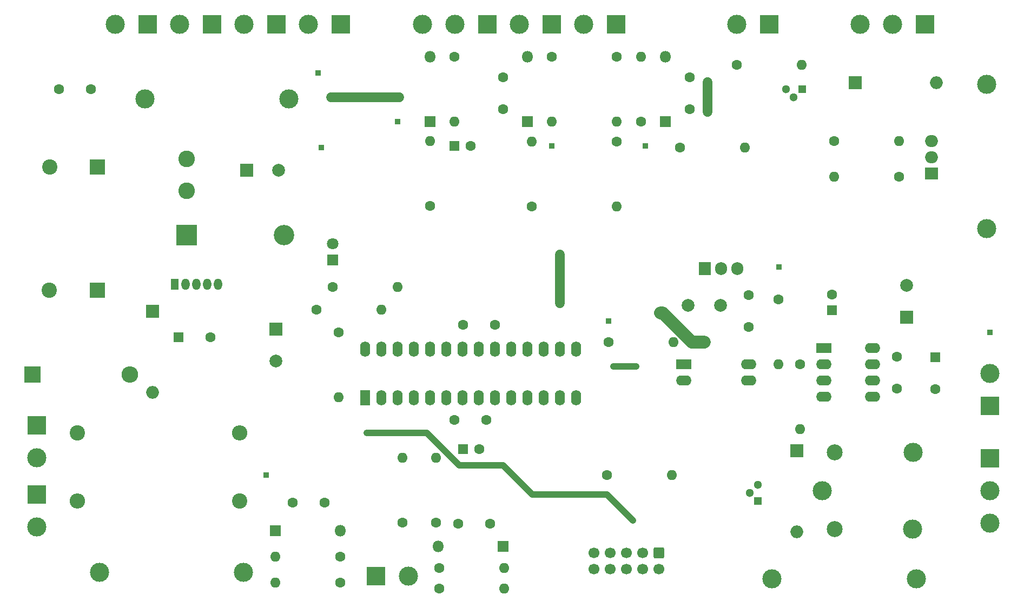
<source format=gbr>
%TF.GenerationSoftware,KiCad,Pcbnew,8.0.4*%
%TF.CreationDate,2024-08-07T08:51:47+02:00*%
%TF.ProjectId,V2_board-ecar,56325f62-6f61-4726-942d-656361722e6b,rev?*%
%TF.SameCoordinates,Original*%
%TF.FileFunction,Copper,L1,Top*%
%TF.FilePolarity,Positive*%
%FSLAX46Y46*%
G04 Gerber Fmt 4.6, Leading zero omitted, Abs format (unit mm)*
G04 Created by KiCad (PCBNEW 8.0.4) date 2024-08-07 08:51:47*
%MOMM*%
%LPD*%
G01*
G04 APERTURE LIST*
G04 Aperture macros list*
%AMRoundRect*
0 Rectangle with rounded corners*
0 $1 Rounding radius*
0 $2 $3 $4 $5 $6 $7 $8 $9 X,Y pos of 4 corners*
0 Add a 4 corners polygon primitive as box body*
4,1,4,$2,$3,$4,$5,$6,$7,$8,$9,$2,$3,0*
0 Add four circle primitives for the rounded corners*
1,1,$1+$1,$2,$3*
1,1,$1+$1,$4,$5*
1,1,$1+$1,$6,$7*
1,1,$1+$1,$8,$9*
0 Add four rect primitives between the rounded corners*
20,1,$1+$1,$2,$3,$4,$5,0*
20,1,$1+$1,$4,$5,$6,$7,0*
20,1,$1+$1,$6,$7,$8,$9,0*
20,1,$1+$1,$8,$9,$2,$3,0*%
G04 Aperture macros list end*
%TA.AperFunction,ComponentPad*%
%ADD10R,2.600000X2.600000*%
%TD*%
%TA.AperFunction,ComponentPad*%
%ADD11O,2.600000X2.600000*%
%TD*%
%TA.AperFunction,ComponentPad*%
%ADD12R,0.850000X0.850000*%
%TD*%
%TA.AperFunction,ComponentPad*%
%ADD13C,1.600000*%
%TD*%
%TA.AperFunction,ComponentPad*%
%ADD14R,2.000000X2.000000*%
%TD*%
%TA.AperFunction,ComponentPad*%
%ADD15C,2.000000*%
%TD*%
%TA.AperFunction,ComponentPad*%
%ADD16O,2.000000X2.000000*%
%TD*%
%TA.AperFunction,ComponentPad*%
%ADD17R,1.800000X1.800000*%
%TD*%
%TA.AperFunction,ComponentPad*%
%ADD18C,1.800000*%
%TD*%
%TA.AperFunction,ComponentPad*%
%ADD19R,3.000000X3.000000*%
%TD*%
%TA.AperFunction,ComponentPad*%
%ADD20C,3.000000*%
%TD*%
%TA.AperFunction,ComponentPad*%
%ADD21O,1.600000X1.600000*%
%TD*%
%TA.AperFunction,ComponentPad*%
%ADD22O,1.800000X1.800000*%
%TD*%
%TA.AperFunction,ComponentPad*%
%ADD23R,1.600000X1.600000*%
%TD*%
%TA.AperFunction,ComponentPad*%
%ADD24R,2.400000X1.600000*%
%TD*%
%TA.AperFunction,ComponentPad*%
%ADD25O,2.400000X1.600000*%
%TD*%
%TA.AperFunction,ComponentPad*%
%ADD26R,2.400000X2.400000*%
%TD*%
%TA.AperFunction,ComponentPad*%
%ADD27C,2.400000*%
%TD*%
%TA.AperFunction,ComponentPad*%
%ADD28C,2.600000*%
%TD*%
%TA.AperFunction,ComponentPad*%
%ADD29R,1.300000X1.300000*%
%TD*%
%TA.AperFunction,ComponentPad*%
%ADD30C,1.300000*%
%TD*%
%TA.AperFunction,ComponentPad*%
%ADD31R,1.905000X2.000000*%
%TD*%
%TA.AperFunction,ComponentPad*%
%ADD32O,1.905000X2.000000*%
%TD*%
%TA.AperFunction,ComponentPad*%
%ADD33R,2.000000X1.905000*%
%TD*%
%TA.AperFunction,ComponentPad*%
%ADD34O,2.000000X1.905000*%
%TD*%
%TA.AperFunction,ComponentPad*%
%ADD35R,1.275000X1.800000*%
%TD*%
%TA.AperFunction,ComponentPad*%
%ADD36O,1.275000X1.800000*%
%TD*%
%TA.AperFunction,ComponentPad*%
%ADD37C,2.500000*%
%TD*%
%TA.AperFunction,ComponentPad*%
%ADD38RoundRect,0.250000X-0.600000X0.600000X-0.600000X-0.600000X0.600000X-0.600000X0.600000X0.600000X0*%
%TD*%
%TA.AperFunction,ComponentPad*%
%ADD39C,1.700000*%
%TD*%
%TA.AperFunction,ComponentPad*%
%ADD40R,1.600000X2.400000*%
%TD*%
%TA.AperFunction,ComponentPad*%
%ADD41O,1.600000X2.400000*%
%TD*%
%TA.AperFunction,ComponentPad*%
%ADD42R,3.200000X3.200000*%
%TD*%
%TA.AperFunction,ComponentPad*%
%ADD43O,3.200000X3.200000*%
%TD*%
%TA.AperFunction,ComponentPad*%
%ADD44O,2.400000X2.400000*%
%TD*%
%TA.AperFunction,ViaPad*%
%ADD45C,0.600000*%
%TD*%
%TA.AperFunction,ViaPad*%
%ADD46C,0.300000*%
%TD*%
%TA.AperFunction,Conductor*%
%ADD47C,1.500000*%
%TD*%
%TA.AperFunction,Conductor*%
%ADD48C,2.000000*%
%TD*%
%TA.AperFunction,Conductor*%
%ADD49C,1.000000*%
%TD*%
G04 APERTURE END LIST*
D10*
%TO.P,D3,1,A1*%
%TO.N,GND*%
X5080000Y-60452000D03*
D11*
%TO.P,D3,2,A2*%
%TO.N,Net-(D1-K)*%
X20320000Y-60452000D03*
%TD*%
D12*
%TO.P,J10,1,Pin_1*%
%TO.N,+24V filtered*%
X49784000Y-13208000D03*
%TD*%
D13*
%TO.P,C6,1*%
%TO.N,+5V*%
X77430000Y-52705000D03*
%TO.P,C6,2*%
%TO.N,GND*%
X72430000Y-52705000D03*
%TD*%
D12*
%TO.P,J12,1,Pin_1*%
%TO.N,+5V*%
X50292000Y-24892000D03*
%TD*%
D14*
%TO.P,BZ1,1,+*%
%TO.N,Net-(BZ1-+)*%
X43180000Y-53390800D03*
D15*
%TO.P,BZ1,2,-*%
%TO.N,GND*%
X43180000Y-58390800D03*
%TD*%
D14*
%TO.P,D11,1,K*%
%TO.N,+5V*%
X124714000Y-72413000D03*
D16*
%TO.P,D11,2,A*%
%TO.N,Net-(D11-A)*%
X124714000Y-85113000D03*
%TD*%
D14*
%TO.P,C5,1*%
%TO.N,+5V*%
X38608000Y-28448000D03*
D15*
%TO.P,C5,2*%
%TO.N,GND*%
X43608000Y-28448000D03*
%TD*%
D17*
%TO.P,D4,1,A*%
%TO.N,Net-(D4-A)*%
X52070000Y-42545000D03*
D18*
%TO.P,D4,2,K*%
%TO.N,GND*%
X52070000Y-40005000D03*
%TD*%
D19*
%TO.P,J24,1,Pin_1*%
%TO.N,Net-(D9-A)*%
X144780000Y-5588000D03*
D20*
%TO.P,J24,2,Pin_2*%
%TO.N,Net-(D9-K)*%
X139700000Y-5588000D03*
%TO.P,J24,3,Pin_3*%
%TO.N,GND*%
X134620000Y-5588000D03*
%TD*%
D13*
%TO.P,R20,1*%
%TO.N,Net-(D7-K)*%
X96520000Y-24003000D03*
D21*
%TO.P,R20,2*%
%TO.N,/analog2 (30V Batt)*%
X96520000Y-34163000D03*
%TD*%
D13*
%TO.P,R23,1*%
%TO.N,Net-(J17-Pin_2)*%
X68707000Y-93980000D03*
D21*
%TO.P,R23,2*%
%TO.N,GND*%
X78867000Y-93980000D03*
%TD*%
D13*
%TO.P,R24,1*%
%TO.N,Net-(J17-Pin_1)*%
X53213000Y-89027000D03*
D21*
%TO.P,R24,2*%
%TO.N,Net-(D12-K)*%
X43053000Y-89027000D03*
%TD*%
D13*
%TO.P,R19,1*%
%TO.N,GND*%
X130556000Y-23876000D03*
D21*
%TO.P,R19,2*%
%TO.N,Net-(Q2-G)*%
X140716000Y-23876000D03*
%TD*%
D13*
%TO.P,R14,1*%
%TO.N,Net-(J13-Pin_1)*%
X86360000Y-10668000D03*
D21*
%TO.P,R14,2*%
%TO.N,Net-(D6-K)*%
X86360000Y-20828000D03*
%TD*%
D17*
%TO.P,D5,1,K*%
%TO.N,Net-(D5-K)*%
X67310000Y-20828000D03*
D22*
%TO.P,D5,2,A*%
%TO.N,GND*%
X67310000Y-10668000D03*
%TD*%
D23*
%TO.P,C13,1*%
%TO.N,+18V*%
X130175000Y-50419000D03*
D13*
%TO.P,C13,2*%
%TO.N,GND*%
X130175000Y-47919000D03*
%TD*%
%TO.P,R11,1*%
%TO.N,/analog0 (gas)*%
X67310000Y-34036000D03*
D21*
%TO.P,R11,2*%
%TO.N,Net-(D5-K)*%
X67310000Y-23876000D03*
%TD*%
D13*
%TO.P,C12,1*%
%TO.N,+18V*%
X140335000Y-57661800D03*
%TO.P,C12,2*%
%TO.N,GND*%
X140335000Y-62661800D03*
%TD*%
%TO.P,R9,1*%
%TO.N,+18V*%
X121793000Y-48666400D03*
D21*
%TO.P,R9,2*%
%TO.N,Net-(U3-INPUT)*%
X121793000Y-58826400D03*
%TD*%
D17*
%TO.P,D6,1,K*%
%TO.N,Net-(D6-K)*%
X82550000Y-20828000D03*
D22*
%TO.P,D6,2,A*%
%TO.N,GND*%
X82550000Y-10668000D03*
%TD*%
D15*
%TO.P,C2,1*%
%TO.N,+24V filtered*%
X107699800Y-49657000D03*
%TO.P,C2,2*%
%TO.N,GND*%
X112699800Y-49657000D03*
%TD*%
D24*
%TO.P,OC1,1*%
%TO.N,Net-(OC1-Pad1)*%
X106989800Y-58821400D03*
D25*
%TO.P,OC1,2*%
%TO.N,GND*%
X106989800Y-61361400D03*
%TO.P,OC1,3*%
X117149800Y-61361400D03*
%TO.P,OC1,4*%
%TO.N,Net-(U3-INPUT)*%
X117149800Y-58821400D03*
%TD*%
D20*
%TO.P,F2,1*%
%TO.N,Net-(D1-K)*%
X22612000Y-17272000D03*
%TO.P,F2,2*%
%TO.N,+24V filtered*%
X45212000Y-17272000D03*
%TD*%
D12*
%TO.P,J20,1,Pin_1*%
%TO.N,Net-(D7-K)*%
X100965000Y-24638000D03*
%TD*%
D13*
%TO.P,C18,1*%
%TO.N,Net-(D13-K)*%
X76668000Y-83820000D03*
%TO.P,C18,2*%
%TO.N,GND*%
X71668000Y-83820000D03*
%TD*%
D26*
%TO.P,C9,1*%
%TO.N,Net-(D1-K)*%
X15161780Y-47244000D03*
D27*
%TO.P,C9,2*%
%TO.N,GND*%
X7661780Y-47244000D03*
%TD*%
D13*
%TO.P,R4,1*%
%TO.N,+5V*%
X52959000Y-53848000D03*
D21*
%TO.P,R4,2*%
%TO.N,/RESET*%
X52959000Y-64008000D03*
%TD*%
D28*
%TO.P,L1,1,1*%
%TO.N,Net-(D2-K)*%
X29210000Y-31710000D03*
%TO.P,L1,2,2*%
%TO.N,+5V*%
X29210000Y-26710000D03*
%TD*%
D19*
%TO.P,J18,1,Pin_1*%
%TO.N,Net-(J18-Pin_1)*%
X154940000Y-73556000D03*
D20*
%TO.P,J18,2,Pin_2*%
%TO.N,Net-(J18-Pin_2)*%
X154940000Y-78636000D03*
%TO.P,J18,3,Pin_3*%
%TO.N,Net-(J18-Pin_3)*%
X154940000Y-83716000D03*
%TD*%
D26*
%TO.P,C4,1*%
%TO.N,Net-(D1-K)*%
X15240000Y-27940000D03*
D27*
%TO.P,C4,2*%
%TO.N,GND*%
X7740000Y-27940000D03*
%TD*%
D13*
%TO.P,C17,1*%
%TO.N,Net-(D12-K)*%
X45760000Y-80518000D03*
%TO.P,C17,2*%
%TO.N,GND*%
X50760000Y-80518000D03*
%TD*%
%TO.P,R7,1*%
%TO.N,Net-(D4-A)*%
X52070000Y-46736000D03*
D21*
%TO.P,R7,2*%
%TO.N,/LED*%
X62230000Y-46736000D03*
%TD*%
D19*
%TO.P,J2,1,Pin_1*%
%TO.N,GND*%
X5715000Y-68453000D03*
D20*
%TO.P,J2,2,Pin_2*%
X5715000Y-73533000D03*
%TD*%
D13*
%TO.P,R18,1*%
%TO.N,Net-(Q2-G)*%
X140716000Y-29464000D03*
D21*
%TO.P,R18,2*%
%TO.N,/Mosfet (fan)*%
X130556000Y-29464000D03*
%TD*%
D29*
%TO.P,Q3,1,C*%
%TO.N,Net-(D11-A)*%
X118618000Y-80287000D03*
D30*
%TO.P,Q3,2,B*%
%TO.N,Net-(Q3-B)*%
X117348000Y-79007000D03*
%TO.P,Q3,3,E*%
%TO.N,GND*%
X118618000Y-77747000D03*
%TD*%
D14*
%TO.P,C19,1*%
%TO.N,+18V*%
X141859000Y-51516677D03*
D15*
%TO.P,C19,2*%
%TO.N,GND*%
X141859000Y-46516677D03*
%TD*%
D13*
%TO.P,C15,1*%
%TO.N,Net-(D6-K)*%
X78740000Y-18883000D03*
%TO.P,C15,2*%
%TO.N,GND*%
X78740000Y-13883000D03*
%TD*%
D20*
%TO.P,F4,1*%
%TO.N,Net-(Q2-D)*%
X154432000Y-37592000D03*
%TO.P,F4,2*%
%TO.N,Net-(D9-A)*%
X154432000Y-14992000D03*
%TD*%
D31*
%TO.P,U1,1,IN*%
%TO.N,+24V filtered*%
X110261400Y-43916600D03*
D32*
%TO.P,U1,2,GND*%
%TO.N,GND*%
X112801400Y-43916600D03*
%TO.P,U1,3,OUT*%
%TO.N,+18V*%
X115341400Y-43916600D03*
%TD*%
D13*
%TO.P,C16,1*%
%TO.N,Net-(D7-K)*%
X107950000Y-18883000D03*
%TO.P,C16,2*%
%TO.N,GND*%
X107950000Y-13883000D03*
%TD*%
D19*
%TO.P,J6,1,Pin_1*%
%TO.N,+5V*%
X120396000Y-5588000D03*
D20*
%TO.P,J6,2,Pin_2*%
%TO.N,Net-(J6-Pin_2)*%
X115316000Y-5588000D03*
%TD*%
D33*
%TO.P,Q2,1,G*%
%TO.N,Net-(Q2-G)*%
X145725000Y-28956000D03*
D34*
%TO.P,Q2,2,D*%
%TO.N,Net-(Q2-D)*%
X145725000Y-26416000D03*
%TO.P,Q2,3,S*%
%TO.N,GND*%
X145725000Y-23876000D03*
%TD*%
D14*
%TO.P,D1,1,K*%
%TO.N,Net-(D1-K)*%
X23876000Y-50546000D03*
D16*
%TO.P,D1,2,A*%
%TO.N,GND*%
X23876000Y-63246000D03*
%TD*%
D20*
%TO.P,F1,1*%
%TO.N,+BATT*%
X15500000Y-91440000D03*
%TO.P,F1,2*%
%TO.N,Net-(F1-Pad2)*%
X38100000Y-91440000D03*
%TD*%
D19*
%TO.P,J14,1,Pin_1*%
%TO.N,GND*%
X154940000Y-65405000D03*
D20*
%TO.P,J14,2,Pin_2*%
%TO.N,Net-(J14-Pin_2)*%
X154940000Y-60325000D03*
%TD*%
D13*
%TO.P,R10,1*%
%TO.N,Net-(U3-INPUT)*%
X125196600Y-58851800D03*
D21*
%TO.P,R10,2*%
%TO.N,GND*%
X125196600Y-69011800D03*
%TD*%
D13*
%TO.P,C10,1*%
%TO.N,Net-(D1-K)*%
X14184000Y-15748000D03*
%TO.P,C10,2*%
%TO.N,GND*%
X9184000Y-15748000D03*
%TD*%
D35*
%TO.P,U2,1,VIN*%
%TO.N,+24V filtered*%
X27285000Y-46355000D03*
D36*
%TO.P,U2,2,OUT*%
%TO.N,Net-(D2-K)*%
X28985000Y-46355000D03*
%TO.P,U2,3,GND*%
%TO.N,GND*%
X30685000Y-46355000D03*
%TO.P,U2,4,FB*%
%TO.N,+5V*%
X32385000Y-46355000D03*
%TO.P,U2,5,~{ON}/OFF*%
%TO.N,GND*%
X34085000Y-46355000D03*
%TD*%
D13*
%TO.P,R5,1*%
%TO.N,/LED-ext*%
X106426000Y-24892000D03*
D21*
%TO.P,R5,2*%
%TO.N,Net-(Q1-B)*%
X116586000Y-24892000D03*
%TD*%
D13*
%TO.P,R8,1*%
%TO.N,Net-(J6-Pin_2)*%
X115316000Y-11938000D03*
D21*
%TO.P,R8,2*%
%TO.N,Net-(Q1-C)*%
X125476000Y-11938000D03*
%TD*%
D17*
%TO.P,D13,1,K*%
%TO.N,Net-(D13-K)*%
X78740000Y-87376000D03*
D22*
%TO.P,D13,2,A*%
%TO.N,GND*%
X68580000Y-87376000D03*
%TD*%
D14*
%TO.P,D9,1,K*%
%TO.N,Net-(D9-K)*%
X133858000Y-14732000D03*
D16*
%TO.P,D9,2,A*%
%TO.N,Net-(D9-A)*%
X146558000Y-14732000D03*
%TD*%
D17*
%TO.P,D7,1,K*%
%TO.N,Net-(D7-K)*%
X104140000Y-20828000D03*
D22*
%TO.P,D7,2,A*%
%TO.N,GND*%
X104140000Y-10668000D03*
%TD*%
D19*
%TO.P,J1,1,Pin_1*%
%TO.N,+BATT*%
X5715000Y-79248000D03*
D20*
%TO.P,J1,2,Pin_2*%
X5715000Y-84328000D03*
%TD*%
D13*
%TO.P,R16,1*%
%TO.N,Net-(J15-Pin_1)*%
X96520000Y-10668000D03*
D21*
%TO.P,R16,2*%
%TO.N,Net-(D7-K)*%
X96520000Y-20828000D03*
%TD*%
D20*
%TO.P,K1,1*%
%TO.N,Net-(F3-Pad1)*%
X128660000Y-78636000D03*
D37*
%TO.P,K1,2*%
%TO.N,Net-(D11-A)*%
X130610000Y-84686000D03*
D20*
%TO.P,K1,3*%
%TO.N,Net-(J18-Pin_3)*%
X142810000Y-84686000D03*
%TO.P,K1,4*%
%TO.N,Net-(J18-Pin_1)*%
X142860000Y-72636000D03*
D37*
%TO.P,K1,5*%
%TO.N,+5V*%
X130610000Y-72686000D03*
%TD*%
D23*
%TO.P,C14,1*%
%TO.N,+18V*%
X146329400Y-57769949D03*
D13*
%TO.P,C14,2*%
%TO.N,GND*%
X146329400Y-62769949D03*
%TD*%
D12*
%TO.P,J11,1,Pin_1*%
%TO.N,+18V*%
X121920000Y-43611800D03*
%TD*%
D19*
%TO.P,J13,1,Pin_1*%
%TO.N,Net-(J13-Pin_1)*%
X86309200Y-5588000D03*
D20*
%TO.P,J13,2,Pin_2*%
%TO.N,+5V*%
X81229200Y-5588000D03*
%TD*%
D13*
%TO.P,R6,1*%
%TO.N,/PWM_0*%
X95250000Y-55397400D03*
D21*
%TO.P,R6,2*%
%TO.N,Net-(OC1-Pad1)*%
X105410000Y-55397400D03*
%TD*%
D38*
%TO.P,P1,1*%
%TO.N,/MOSI*%
X103124000Y-88392000D03*
D39*
%TO.P,P1,2*%
%TO.N,+5V*%
X103124000Y-90932000D03*
%TO.P,P1,3*%
%TO.N,unconnected-(P1-Pad3)*%
X100584000Y-88392000D03*
%TO.P,P1,4*%
%TO.N,unconnected-(P1-Pad4)*%
X100584000Y-90932000D03*
%TO.P,P1,5*%
%TO.N,/RESET*%
X98044000Y-88392000D03*
%TO.P,P1,6*%
%TO.N,GND*%
X98044000Y-90932000D03*
%TO.P,P1,7*%
%TO.N,/SCK*%
X95504000Y-88392000D03*
%TO.P,P1,8*%
%TO.N,GND*%
X95504000Y-90932000D03*
%TO.P,P1,9*%
%TO.N,/MISO*%
X92964000Y-88392000D03*
%TO.P,P1,10*%
%TO.N,GND*%
X92964000Y-90932000D03*
%TD*%
D13*
%TO.P,C3,1*%
%TO.N,+18V*%
X117119400Y-48035200D03*
%TO.P,C3,2*%
%TO.N,GND*%
X117119400Y-53035200D03*
%TD*%
%TO.P,R27,1*%
%TO.N,Net-(D13-K)*%
X68199000Y-83693000D03*
D21*
%TO.P,R27,2*%
%TO.N,/Switch2*%
X68199000Y-73533000D03*
%TD*%
D40*
%TO.P,IC1,1,PC6(~{RESET})*%
%TO.N,/RESET*%
X57150000Y-64135000D03*
D41*
%TO.P,IC1,2,(RXD)PD0*%
%TO.N,unconnected-(IC1-(RXD)PD0-Pad2)*%
X59690000Y-64135000D03*
%TO.P,IC1,3,(TXD)PD1*%
%TO.N,unconnected-(IC1-(TXD)PD1-Pad3)*%
X62230000Y-64135000D03*
%TO.P,IC1,4,(INT0)PD2*%
%TO.N,/Switch1*%
X64770000Y-64135000D03*
%TO.P,IC1,5,(INT1)PD3*%
%TO.N,/Switch2*%
X67310000Y-64135000D03*
%TO.P,IC1,6,(XCK/T0)PD4*%
%TO.N,unconnected-(IC1-(XCK{slash}T0)PD4-Pad6)*%
X69850000Y-64135000D03*
%TO.P,IC1,7,VCC*%
%TO.N,+5V*%
X72390000Y-64135000D03*
%TO.P,IC1,8,GND*%
%TO.N,GND*%
X74930000Y-64135000D03*
%TO.P,IC1,9,PB6(XTAL1/TOSC1)*%
%TO.N,unconnected-(IC1-PB6(XTAL1{slash}TOSC1)-Pad9)*%
X77470000Y-64135000D03*
%TO.P,IC1,10,PB7(XTAL2/TOSC2)*%
%TO.N,/Relay (light)*%
X80010000Y-64135000D03*
%TO.P,IC1,11,(T1)PD5*%
%TO.N,unconnected-(IC1-(T1)PD5-Pad11)*%
X82550000Y-64135000D03*
%TO.P,IC1,12,(AIN0)PD6*%
%TO.N,unconnected-(IC1-(AIN0)PD6-Pad12)*%
X85090000Y-64135000D03*
%TO.P,IC1,13,(AIN1)PD7*%
%TO.N,unconnected-(IC1-(AIN1)PD7-Pad13)*%
X87630000Y-64135000D03*
%TO.P,IC1,14,(ICP)PB0*%
%TO.N,unconnected-(IC1-(ICP)PB0-Pad14)*%
X90170000Y-64135000D03*
%TO.P,IC1,15,(OC1A)PB1*%
%TO.N,/PWM_0*%
X90170000Y-56515000D03*
%TO.P,IC1,16,(~{SS}/OC1B)PB2*%
%TO.N,/Mosfet (fan)*%
X87630000Y-56515000D03*
%TO.P,IC1,17,(MOSI/OC2)PB3*%
%TO.N,/MOSI*%
X85090000Y-56515000D03*
%TO.P,IC1,18,(MISO)PB4*%
%TO.N,/MISO*%
X82550000Y-56515000D03*
%TO.P,IC1,19,(SCK)PB5*%
%TO.N,/SCK*%
X80010000Y-56515000D03*
%TO.P,IC1,20,AVCC*%
%TO.N,+5V*%
X77470000Y-56515000D03*
%TO.P,IC1,21,AREF*%
%TO.N,unconnected-(IC1-AREF-Pad21)*%
X74930000Y-56515000D03*
%TO.P,IC1,22,AGND*%
%TO.N,GND*%
X72390000Y-56515000D03*
%TO.P,IC1,23,(ADC0)PC0*%
%TO.N,/analog2 (30V Batt)*%
X69850000Y-56515000D03*
%TO.P,IC1,24,(ADC1)PC1*%
%TO.N,/analog1*%
X67310000Y-56515000D03*
%TO.P,IC1,25,(ADC2)PC2*%
%TO.N,/analog0 (gas)*%
X64770000Y-56515000D03*
%TO.P,IC1,26,(ADC3)PC3*%
%TO.N,/LED*%
X62230000Y-56515000D03*
%TO.P,IC1,27,(ADC4/SDA)PC4*%
%TO.N,/BUZZER*%
X59690000Y-56515000D03*
%TO.P,IC1,28,(ADC5/SCL)PC5*%
%TO.N,/LED-ext*%
X57150000Y-56515000D03*
%TD*%
D23*
%TO.P,C8,1*%
%TO.N,+5V*%
X72454888Y-72136000D03*
D13*
%TO.P,C8,2*%
%TO.N,GND*%
X74954888Y-72136000D03*
%TD*%
D23*
%TO.P,C11,1*%
%TO.N,Net-(D5-K)*%
X71120000Y-24638000D03*
D13*
%TO.P,C11,2*%
%TO.N,GND*%
X73620000Y-24638000D03*
%TD*%
D12*
%TO.P,J9,1,Pin_1*%
%TO.N,+BATT*%
X41656000Y-76200000D03*
%TD*%
D13*
%TO.P,R17,1*%
%TO.N,Net-(D7-K)*%
X100330000Y-20828000D03*
D21*
%TO.P,R17,2*%
%TO.N,GND*%
X100330000Y-10668000D03*
%TD*%
D24*
%TO.P,U3,1,Vdd*%
%TO.N,+18V*%
X128915000Y-56321800D03*
D25*
%TO.P,U3,2,INPUT*%
%TO.N,Net-(U3-INPUT)*%
X128915000Y-58861800D03*
%TO.P,U3,3,NC*%
%TO.N,unconnected-(U3-NC-Pad3)*%
X128915000Y-61401800D03*
%TO.P,U3,4,GND*%
%TO.N,GND*%
X128915000Y-63941800D03*
%TO.P,U3,5,GND*%
X136535000Y-63941800D03*
%TO.P,U3,6,OUT*%
%TO.N,Net-(J14-Pin_2)*%
X136535000Y-61401800D03*
%TO.P,U3,7,OUT*%
X136535000Y-58861800D03*
%TO.P,U3,8,Vdd*%
%TO.N,+18V*%
X136535000Y-56321800D03*
%TD*%
D13*
%TO.P,R26,1*%
%TO.N,Net-(D12-K)*%
X62992000Y-83693000D03*
D21*
%TO.P,R26,2*%
%TO.N,/Switch1*%
X62992000Y-73533000D03*
%TD*%
D42*
%TO.P,D2,1,K*%
%TO.N,Net-(D2-K)*%
X29210000Y-38608000D03*
D43*
%TO.P,D2,2,A*%
%TO.N,GND*%
X44450000Y-38608000D03*
%TD*%
D19*
%TO.P,J15,1,Pin_1*%
%TO.N,Net-(J15-Pin_1)*%
X96367600Y-5588000D03*
D20*
%TO.P,J15,2,Pin_2*%
%TO.N,+5V*%
X91287600Y-5588000D03*
%TD*%
D19*
%TO.P,J7,1,Pin_1*%
%TO.N,GND*%
X76250800Y-5588000D03*
D20*
%TO.P,J7,2,Pin_2*%
%TO.N,Net-(J7-Pin_2)*%
X71170800Y-5588000D03*
%TO.P,J7,3,Pin_3*%
%TO.N,+5V*%
X66090800Y-5588000D03*
%TD*%
D23*
%TO.P,C1,1*%
%TO.N,+24V filtered*%
X27940000Y-54610000D03*
D13*
%TO.P,C1,2*%
%TO.N,GND*%
X32940000Y-54610000D03*
%TD*%
D12*
%TO.P,J22,1,Pin_1*%
%TO.N,Net-(D5-K)*%
X62230000Y-20828000D03*
%TD*%
D13*
%TO.P,R12,1*%
%TO.N,/analog1*%
X83185000Y-34163000D03*
D21*
%TO.P,R12,2*%
%TO.N,Net-(D6-K)*%
X83185000Y-24003000D03*
%TD*%
D19*
%TO.P,J23,1,Pin_1*%
%TO.N,+24V filtered*%
X43230800Y-5588000D03*
D20*
%TO.P,J23,2,Pin_2*%
X38150800Y-5588000D03*
%TD*%
D12*
%TO.P,J8,1,Pin_1*%
%TO.N,Net-(J14-Pin_2)*%
X154940000Y-53848000D03*
%TD*%
D19*
%TO.P,J4,1,Pin_1*%
%TO.N,GND*%
X23063200Y-5588000D03*
D20*
%TO.P,J4,2,Pin_2*%
X17983200Y-5588000D03*
%TD*%
D19*
%TO.P,J3,1,Pin_1*%
%TO.N,+24V filtered*%
X33147000Y-5588000D03*
D20*
%TO.P,J3,2,Pin_2*%
X28067000Y-5588000D03*
%TD*%
D13*
%TO.P,R22,1*%
%TO.N,Net-(J17-Pin_1)*%
X53213000Y-93091000D03*
D21*
%TO.P,R22,2*%
%TO.N,GND*%
X43053000Y-93091000D03*
%TD*%
D12*
%TO.P,J5,1,Pin_1*%
%TO.N,/PWM_0*%
X95250000Y-52070000D03*
%TD*%
D13*
%TO.P,C7,1*%
%TO.N,+5V*%
X71120000Y-67564000D03*
%TO.P,C7,2*%
%TO.N,GND*%
X76120000Y-67564000D03*
%TD*%
D17*
%TO.P,D12,1,K*%
%TO.N,Net-(D12-K)*%
X43053000Y-84963000D03*
D22*
%TO.P,D12,2,A*%
%TO.N,GND*%
X53213000Y-84963000D03*
%TD*%
D12*
%TO.P,J21,1,Pin_1*%
%TO.N,Net-(D6-K)*%
X86360000Y-24638000D03*
%TD*%
D13*
%TO.P,R13,1*%
%TO.N,Net-(J7-Pin_2)*%
X71120000Y-10668000D03*
D21*
%TO.P,R13,2*%
%TO.N,Net-(D5-K)*%
X71120000Y-20828000D03*
%TD*%
D29*
%TO.P,Q1,1,C*%
%TO.N,Net-(Q1-C)*%
X125486000Y-15748000D03*
D30*
%TO.P,Q1,2,B*%
%TO.N,Net-(Q1-B)*%
X124206000Y-17018000D03*
%TO.P,Q1,3,E*%
%TO.N,GND*%
X122946000Y-15748000D03*
%TD*%
D27*
%TO.P,R1,1*%
%TO.N,Net-(F1-Pad2)*%
X37465000Y-80264000D03*
D44*
%TO.P,R1,2*%
%TO.N,Net-(R1-Pad2)*%
X12065000Y-80264000D03*
%TD*%
D27*
%TO.P,R3,1*%
%TO.N,Net-(R1-Pad2)*%
X12065000Y-69596000D03*
D44*
%TO.P,R3,2*%
%TO.N,Net-(D1-K)*%
X37465000Y-69596000D03*
%TD*%
D20*
%TO.P,F3,1*%
%TO.N,Net-(F3-Pad1)*%
X120780000Y-92456000D03*
%TO.P,F3,2*%
%TO.N,Net-(J18-Pin_2)*%
X143380000Y-92456000D03*
%TD*%
D19*
%TO.P,J17,1,Pin_1*%
%TO.N,Net-(J17-Pin_1)*%
X58801000Y-92075000D03*
D20*
%TO.P,J17,2,Pin_2*%
%TO.N,Net-(J17-Pin_2)*%
X63881000Y-92075000D03*
%TD*%
D13*
%TO.P,R25,1*%
%TO.N,Net-(J17-Pin_2)*%
X68707000Y-90805000D03*
D21*
%TO.P,R25,2*%
%TO.N,Net-(D13-K)*%
X78867000Y-90805000D03*
%TD*%
D13*
%TO.P,R21,1*%
%TO.N,/Relay (light)*%
X94996000Y-76200000D03*
D21*
%TO.P,R21,2*%
%TO.N,Net-(Q3-B)*%
X105156000Y-76200000D03*
%TD*%
D13*
%TO.P,R2,1*%
%TO.N,Net-(BZ1-+)*%
X49530000Y-50292000D03*
D21*
%TO.P,R2,2*%
%TO.N,/BUZZER*%
X59690000Y-50292000D03*
%TD*%
D19*
%TO.P,J19,1,Pin_1*%
%TO.N,+5V*%
X53289200Y-5588000D03*
D20*
%TO.P,J19,2,Pin_2*%
X48209200Y-5588000D03*
%TD*%
D45*
%TO.N,GND*%
X110744000Y-14682999D03*
X110744000Y-19304000D03*
%TO.N,+24V filtered*%
X51816000Y-17018000D03*
X62484000Y-17018000D03*
%TO.N,+5V*%
X110236000Y-55372000D03*
X103378000Y-50800000D03*
%TO.N,/Mosfet (fan)*%
X87630000Y-49276000D03*
X87630000Y-41656000D03*
D46*
%TO.N,/RESET*%
X57404000Y-69596000D03*
D45*
X99060000Y-83312000D03*
%TO.N,/MOSI*%
X99568000Y-59182000D03*
X96012000Y-59182000D03*
%TD*%
D47*
%TO.N,GND*%
X110744000Y-19304000D02*
X110744000Y-14682999D01*
%TO.N,+24V filtered*%
X62484000Y-17018000D02*
X51816000Y-17018000D01*
D48*
%TO.N,+5V*%
X103378000Y-50800000D02*
X103641028Y-50800000D01*
X103641028Y-50800000D02*
X108213028Y-55372000D01*
X108213028Y-55372000D02*
X110236000Y-55372000D01*
D47*
%TO.N,/Mosfet (fan)*%
X87630000Y-41656000D02*
X87630000Y-49276000D01*
D49*
%TO.N,/RESET*%
X66736874Y-69596000D02*
X57404000Y-69596000D01*
X94996000Y-79248000D02*
X83312000Y-79248000D01*
X78740000Y-74676000D02*
X71816874Y-74676000D01*
X99060000Y-83312000D02*
X94996000Y-79248000D01*
X83312000Y-79248000D02*
X78740000Y-74676000D01*
X71816874Y-74676000D02*
X66736874Y-69596000D01*
%TO.N,/MOSI*%
X99568000Y-59182000D02*
X96012000Y-59182000D01*
%TD*%
M02*

</source>
